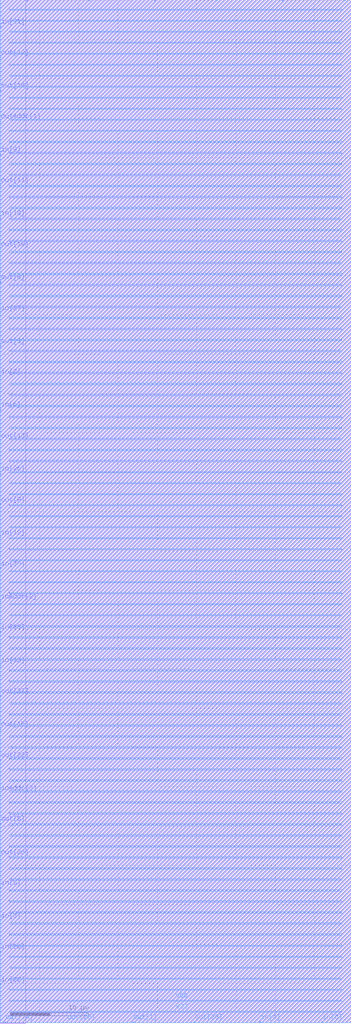
<source format=lef>
VERSION 5.8 ;
BUSBITCHARS "[]" ;
DIVIDERCHAR "/" ;
UNITS
    DATABASE MICRONS 2000 ;
END UNITS

MACRO memMod_dist_0
  FOREIGN memMod_dist_0 0 0 ;
  CLASS BLOCK ;
  SIZE 44.69 BY 130.07 ;
  PIN VSS
    USE GROUND ;
    DIRECTION INOUT ;
    PORT
      LAYER metal4 ;
        RECT  1.14 127.315 43.51 127.485 ;
        RECT  1.14 124.515 43.51 124.685 ;
        RECT  1.14 121.715 43.51 121.885 ;
        RECT  1.14 118.915 43.51 119.085 ;
        RECT  1.14 116.115 43.51 116.285 ;
        RECT  1.14 113.315 43.51 113.485 ;
        RECT  1.14 110.515 43.51 110.685 ;
        RECT  1.14 107.715 43.51 107.885 ;
        RECT  1.14 104.915 43.51 105.085 ;
        RECT  1.14 102.115 43.51 102.285 ;
        RECT  1.14 99.315 43.51 99.485 ;
        RECT  1.14 96.515 43.51 96.685 ;
        RECT  1.14 93.715 43.51 93.885 ;
        RECT  1.14 90.915 43.51 91.085 ;
        RECT  1.14 88.115 43.51 88.285 ;
        RECT  1.14 85.315 43.51 85.485 ;
        RECT  1.14 82.515 43.51 82.685 ;
        RECT  1.14 79.715 43.51 79.885 ;
        RECT  1.14 76.915 43.51 77.085 ;
        RECT  1.14 74.115 43.51 74.285 ;
        RECT  1.14 71.315 43.51 71.485 ;
        RECT  1.14 68.515 43.51 68.685 ;
        RECT  1.14 65.715 43.51 65.885 ;
        RECT  1.14 62.915 43.51 63.085 ;
        RECT  1.14 60.115 43.51 60.285 ;
        RECT  1.14 57.315 43.51 57.485 ;
        RECT  1.14 54.515 43.51 54.685 ;
        RECT  1.14 51.715 43.51 51.885 ;
        RECT  1.14 48.915 43.51 49.085 ;
        RECT  1.14 46.115 43.51 46.285 ;
        RECT  1.14 43.315 43.51 43.485 ;
        RECT  1.14 40.515 43.51 40.685 ;
        RECT  1.14 37.715 43.51 37.885 ;
        RECT  1.14 34.915 43.51 35.085 ;
        RECT  1.14 32.115 43.51 32.285 ;
        RECT  1.14 29.315 43.51 29.485 ;
        RECT  1.14 26.515 43.51 26.685 ;
        RECT  1.14 23.715 43.51 23.885 ;
        RECT  1.14 20.915 43.51 21.085 ;
        RECT  1.14 18.115 43.51 18.285 ;
        RECT  1.14 15.315 43.51 15.485 ;
        RECT  1.14 12.515 43.51 12.685 ;
        RECT  1.14 9.715 43.51 9.885 ;
        RECT  1.14 6.915 43.51 7.085 ;
        RECT  1.14 4.115 43.51 4.285 ;
        RECT  1.14 1.315 43.51 1.485 ;
    END
  END VSS
  PIN VDD
    USE POWER ;
    DIRECTION INOUT ;
    PORT
      LAYER metal4 ;
        RECT  1.14 128.715 43.51 128.885 ;
        RECT  1.14 125.915 43.51 126.085 ;
        RECT  1.14 123.115 43.51 123.285 ;
        RECT  1.14 120.315 43.51 120.485 ;
        RECT  1.14 117.515 43.51 117.685 ;
        RECT  1.14 114.715 43.51 114.885 ;
        RECT  1.14 111.915 43.51 112.085 ;
        RECT  1.14 109.115 43.51 109.285 ;
        RECT  1.14 106.315 43.51 106.485 ;
        RECT  1.14 103.515 43.51 103.685 ;
        RECT  1.14 100.715 43.51 100.885 ;
        RECT  1.14 97.915 43.51 98.085 ;
        RECT  1.14 95.115 43.51 95.285 ;
        RECT  1.14 92.315 43.51 92.485 ;
        RECT  1.14 89.515 43.51 89.685 ;
        RECT  1.14 86.715 43.51 86.885 ;
        RECT  1.14 83.915 43.51 84.085 ;
        RECT  1.14 81.115 43.51 81.285 ;
        RECT  1.14 78.315 43.51 78.485 ;
        RECT  1.14 75.515 43.51 75.685 ;
        RECT  1.14 72.715 43.51 72.885 ;
        RECT  1.14 69.915 43.51 70.085 ;
        RECT  1.14 67.115 43.51 67.285 ;
        RECT  1.14 64.315 43.51 64.485 ;
        RECT  1.14 61.515 43.51 61.685 ;
        RECT  1.14 58.715 43.51 58.885 ;
        RECT  1.14 55.915 43.51 56.085 ;
        RECT  1.14 53.115 43.51 53.285 ;
        RECT  1.14 50.315 43.51 50.485 ;
        RECT  1.14 47.515 43.51 47.685 ;
        RECT  1.14 44.715 43.51 44.885 ;
        RECT  1.14 41.915 43.51 42.085 ;
        RECT  1.14 39.115 43.51 39.285 ;
        RECT  1.14 36.315 43.51 36.485 ;
        RECT  1.14 33.515 43.51 33.685 ;
        RECT  1.14 30.715 43.51 30.885 ;
        RECT  1.14 27.915 43.51 28.085 ;
        RECT  1.14 25.115 43.51 25.285 ;
        RECT  1.14 22.315 43.51 22.485 ;
        RECT  1.14 19.515 43.51 19.685 ;
        RECT  1.14 16.715 43.51 16.885 ;
        RECT  1.14 13.915 43.51 14.085 ;
        RECT  1.14 11.115 43.51 11.285 ;
        RECT  1.14 8.315 43.51 8.485 ;
        RECT  1.14 5.515 43.51 5.685 ;
        RECT  1.14 2.715 43.51 2.885 ;
    END
  END VDD
  PIN clk
    DIRECTION INPUT ;
    USE SIGNAL ;
    PORT
      LAYER metal3 ;
        RECT  44.62 47.915 44.69 47.985 ;
    END
  END clk
  PIN inAddr[0]
    DIRECTION INPUT ;
    USE SIGNAL ;
    PORT
      LAYER metal3 ;
        RECT  44.62 68.355 44.69 68.425 ;
    END
  END inAddr[0]
  PIN inAddr[1]
    DIRECTION INPUT ;
    USE SIGNAL ;
    PORT
      LAYER metal3 ;
        RECT  44.62 100.835 44.69 100.905 ;
    END
  END inAddr[1]
  PIN inAddr[2]
    DIRECTION INPUT ;
    USE SIGNAL ;
    PORT
      LAYER metal3 ;
        RECT  0 53.515 0.07 53.585 ;
    END
  END inAddr[2]
  PIN inAddr[3]
    DIRECTION INPUT ;
    USE SIGNAL ;
    PORT
      LAYER metal3 ;
        RECT  0 29.155 0.07 29.225 ;
    END
  END inAddr[3]
  PIN in[0]
    DIRECTION INPUT ;
    USE SIGNAL ;
    PORT
      LAYER metal4 ;
        RECT  40.905 0 41.045 0.14 ;
    END
  END in[0]
  PIN in[10]
    DIRECTION INPUT ;
    USE SIGNAL ;
    PORT
      LAYER metal4 ;
        RECT  3.385 129.93 3.525 130.07 ;
    END
  END in[10]
  PIN in[11]
    DIRECTION INPUT ;
    USE SIGNAL ;
    PORT
      LAYER metal4 ;
        RECT  43.705 129.93 43.845 130.07 ;
    END
  END in[11]
  PIN in[12]
    DIRECTION INPUT ;
    USE SIGNAL ;
    PORT
      LAYER metal3 ;
        RECT  0 45.395 0.07 45.465 ;
    END
  END in[12]
  PIN in[13]
    DIRECTION INPUT ;
    USE SIGNAL ;
    PORT
      LAYER metal3 ;
        RECT  44.62 39.795 44.69 39.865 ;
    END
  END in[13]
  PIN in[14]
    DIRECTION INPUT ;
    USE SIGNAL ;
    PORT
      LAYER metal3 ;
        RECT  44.62 64.155 44.69 64.225 ;
    END
  END in[14]
  PIN in[15]
    DIRECTION INPUT ;
    USE SIGNAL ;
    PORT
      LAYER metal3 ;
        RECT  44.62 76.475 44.69 76.545 ;
    END
  END in[15]
  PIN in[16]
    DIRECTION INPUT ;
    USE SIGNAL ;
    PORT
      LAYER metal3 ;
        RECT  44.62 108.955 44.69 109.025 ;
    END
  END in[16]
  PIN in[17]
    DIRECTION INPUT ;
    USE SIGNAL ;
    PORT
      LAYER metal3 ;
        RECT  44.62 112.875 44.69 112.945 ;
    END
  END in[17]
  PIN in[18]
    DIRECTION INPUT ;
    USE SIGNAL ;
    PORT
      LAYER metal3 ;
        RECT  0 102.235 0.07 102.305 ;
    END
  END in[18]
  PIN in[19]
    DIRECTION INPUT ;
    USE SIGNAL ;
    PORT
      LAYER metal3 ;
        RECT  0 61.635 0.07 61.705 ;
    END
  END in[19]
  PIN in[1]
    DIRECTION INPUT ;
    USE SIGNAL ;
    PORT
      LAYER metal3 ;
        RECT  44.62 7.315 44.69 7.385 ;
    END
  END in[1]
  PIN in[20]
    DIRECTION INPUT ;
    USE SIGNAL ;
    PORT
      LAYER metal3 ;
        RECT  0 8.995 0.07 9.065 ;
    END
  END in[20]
  PIN in[21]
    DIRECTION INPUT ;
    USE SIGNAL ;
    PORT
      LAYER metal3 ;
        RECT  44.62 72.275 44.69 72.345 ;
    END
  END in[21]
  PIN in[22]
    DIRECTION INPUT ;
    USE SIGNAL ;
    PORT
      LAYER metal3 ;
        RECT  0 4.795 0.07 4.865 ;
    END
  END in[22]
  PIN in[23]
    DIRECTION INPUT ;
    USE SIGNAL ;
    PORT
      LAYER metal3 ;
        RECT  44.62 96.635 44.69 96.705 ;
    END
  END in[23]
  PIN in[24]
    DIRECTION INPUT ;
    USE SIGNAL ;
    PORT
      LAYER metal3 ;
        RECT  44.62 104.755 44.69 104.825 ;
    END
  END in[24]
  PIN in[25]
    DIRECTION INPUT ;
    USE SIGNAL ;
    PORT
      LAYER metal3 ;
        RECT  44.62 35.875 44.69 35.945 ;
    END
  END in[25]
  PIN in[26]
    DIRECTION INPUT ;
    USE SIGNAL ;
    PORT
      LAYER metal3 ;
        RECT  0 69.755 0.07 69.825 ;
    END
  END in[26]
  PIN in[27]
    DIRECTION INPUT ;
    USE SIGNAL ;
    PORT
      LAYER metal3 ;
        RECT  0 90.195 0.07 90.265 ;
    END
  END in[27]
  PIN in[28]
    DIRECTION INPUT ;
    USE SIGNAL ;
    PORT
      LAYER metal3 ;
        RECT  44.62 23.555 44.69 23.625 ;
    END
  END in[28]
  PIN in[29]
    DIRECTION INPUT ;
    USE SIGNAL ;
    PORT
      LAYER metal3 ;
        RECT  0 49.595 0.07 49.665 ;
    END
  END in[29]
  PIN in[2]
    DIRECTION INPUT ;
    USE SIGNAL ;
    PORT
      LAYER metal3 ;
        RECT  0 82.075 0.07 82.145 ;
    END
  END in[2]
  PIN in[30]
    DIRECTION INPUT ;
    USE SIGNAL ;
    PORT
      LAYER metal3 ;
        RECT  0 57.715 0.07 57.785 ;
    END
  END in[30]
  PIN in[31]
    DIRECTION INPUT ;
    USE SIGNAL ;
    PORT
      LAYER metal3 ;
        RECT  0 126.595 0.07 126.665 ;
    END
  END in[31]
  PIN in[3]
    DIRECTION INPUT ;
    USE SIGNAL ;
    PORT
      LAYER metal3 ;
        RECT  0 12.915 0.07 12.985 ;
    END
  END in[3]
  PIN in[4]
    DIRECTION INPUT ;
    USE SIGNAL ;
    PORT
      LAYER metal4 ;
        RECT  33.065 0 33.205 0.14 ;
    END
  END in[4]
  PIN in[5]
    DIRECTION INPUT ;
    USE SIGNAL ;
    PORT
      LAYER metal3 ;
        RECT  0 17.115 0.07 17.185 ;
    END
  END in[5]
  PIN in[6]
    DIRECTION INPUT ;
    USE SIGNAL ;
    PORT
      LAYER metal3 ;
        RECT  0 77.875 0.07 77.945 ;
    END
  END in[6]
  PIN in[7]
    DIRECTION INPUT ;
    USE SIGNAL ;
    PORT
      LAYER metal3 ;
        RECT  44.62 52.115 44.69 52.185 ;
    END
  END in[7]
  PIN in[8]
    DIRECTION INPUT ;
    USE SIGNAL ;
    PORT
      LAYER metal3 ;
        RECT  0 110.355 0.07 110.425 ;
    END
  END in[8]
  PIN in[9]
    DIRECTION INPUT ;
    USE SIGNAL ;
    PORT
      LAYER metal4 ;
        RECT  35.865 129.93 36.005 130.07 ;
    END
  END in[9]
  PIN outAddr[0]
    DIRECTION INPUT ;
    USE SIGNAL ;
    PORT
      LAYER metal3 ;
        RECT  44.62 43.995 44.69 44.065 ;
    END
  END outAddr[0]
  PIN outAddr[1]
    DIRECTION INPUT ;
    USE SIGNAL ;
    PORT
      LAYER metal3 ;
        RECT  0 114.555 0.07 114.625 ;
    END
  END outAddr[1]
  PIN outAddr[2]
    DIRECTION INPUT ;
    USE SIGNAL ;
    PORT
      LAYER metal3 ;
        RECT  44.62 60.235 44.69 60.305 ;
    END
  END outAddr[2]
  PIN outAddr[3]
    DIRECTION INPUT ;
    USE SIGNAL ;
    PORT
      LAYER metal3 ;
        RECT  44.62 80.395 44.69 80.465 ;
    END
  END outAddr[3]
  PIN out[0]
    DIRECTION OUTPUT ;
    USE SIGNAL ;
    PORT
      LAYER metal3 ;
        RECT  44.62 27.755 44.69 27.825 ;
    END
  END out[0]
  PIN out[10]
    DIRECTION OUTPUT ;
    USE SIGNAL ;
    PORT
      LAYER metal3 ;
        RECT  44.62 84.595 44.69 84.665 ;
    END
  END out[10]
  PIN out[11]
    DIRECTION OUTPUT ;
    USE SIGNAL ;
    PORT
      LAYER metal3 ;
        RECT  0 106.435 0.07 106.505 ;
    END
  END out[11]
  PIN out[12]
    DIRECTION OUTPUT ;
    USE SIGNAL ;
    PORT
      LAYER metal3 ;
        RECT  0 122.675 0.07 122.745 ;
    END
  END out[12]
  PIN out[13]
    DIRECTION OUTPUT ;
    USE SIGNAL ;
    PORT
      LAYER metal3 ;
        RECT  0 73.955 0.07 74.025 ;
    END
  END out[13]
  PIN out[14]
    DIRECTION OUTPUT ;
    USE SIGNAL ;
    PORT
      LAYER metal4 ;
        RECT  0.585 0 0.725 0.14 ;
    END
  END out[14]
  PIN out[15]
    DIRECTION OUTPUT ;
    USE SIGNAL ;
    PORT
      LAYER metal3 ;
        RECT  0 37.275 0.07 37.345 ;
    END
  END out[15]
  PIN out[16]
    DIRECTION OUTPUT ;
    USE SIGNAL ;
    PORT
      LAYER metal3 ;
        RECT  0 118.475 0.07 118.545 ;
    END
  END out[16]
  PIN out[17]
    DIRECTION OUTPUT ;
    USE SIGNAL ;
    PORT
      LAYER metal4 ;
        RECT  11.225 129.93 11.365 130.07 ;
    END
  END out[17]
  PIN out[18]
    DIRECTION OUTPUT ;
    USE SIGNAL ;
    PORT
      LAYER metal3 ;
        RECT  44.62 125.195 44.69 125.265 ;
    END
  END out[18]
  PIN out[19]
    DIRECTION OUTPUT ;
    USE SIGNAL ;
    PORT
      LAYER metal3 ;
        RECT  0 98.315 0.07 98.385 ;
    END
  END out[19]
  PIN out[1]
    DIRECTION OUTPUT ;
    USE SIGNAL ;
    PORT
      LAYER metal4 ;
        RECT  16.825 0 16.965 0.14 ;
    END
  END out[1]
  PIN out[20]
    DIRECTION OUTPUT ;
    USE SIGNAL ;
    PORT
      LAYER metal4 ;
        RECT  8.425 0 8.565 0.14 ;
    END
  END out[20]
  PIN out[21]
    DIRECTION OUTPUT ;
    USE SIGNAL ;
    PORT
      LAYER metal3 ;
        RECT  44.62 120.995 44.69 121.065 ;
    END
  END out[21]
  PIN out[22]
    DIRECTION OUTPUT ;
    USE SIGNAL ;
    PORT
      LAYER metal3 ;
        RECT  0 33.355 0.07 33.425 ;
    END
  END out[22]
  PIN out[23]
    DIRECTION OUTPUT ;
    USE SIGNAL ;
    PORT
      LAYER metal3 ;
        RECT  44.62 11.515 44.69 11.585 ;
    END
  END out[23]
  PIN out[24]
    DIRECTION OUTPUT ;
    USE SIGNAL ;
    PORT
      LAYER metal3 ;
        RECT  44.62 117.075 44.69 117.145 ;
    END
  END out[24]
  PIN out[25]
    DIRECTION OUTPUT ;
    USE SIGNAL ;
    PORT
      LAYER metal3 ;
        RECT  44.62 56.035 44.69 56.105 ;
    END
  END out[25]
  PIN out[26]
    DIRECTION OUTPUT ;
    USE SIGNAL ;
    PORT
      LAYER metal3 ;
        RECT  0 21.035 0.07 21.105 ;
    END
  END out[26]
  PIN out[27]
    DIRECTION OUTPUT ;
    USE SIGNAL ;
    PORT
      LAYER metal3 ;
        RECT  0 41.475 0.07 41.545 ;
    END
  END out[27]
  PIN out[28]
    DIRECTION OUTPUT ;
    USE SIGNAL ;
    PORT
      LAYER metal4 ;
        RECT  24.665 0 24.805 0.14 ;
    END
  END out[28]
  PIN out[29]
    DIRECTION OUTPUT ;
    USE SIGNAL ;
    PORT
      LAYER metal3 ;
        RECT  44.62 3.395 44.69 3.465 ;
    END
  END out[29]
  PIN out[2]
    DIRECTION OUTPUT ;
    USE SIGNAL ;
    PORT
      LAYER metal3 ;
        RECT  44.62 15.435 44.69 15.505 ;
    END
  END out[2]
  PIN out[30]
    DIRECTION OUTPUT ;
    USE SIGNAL ;
    PORT
      LAYER metal3 ;
        RECT  44.62 92.715 44.69 92.785 ;
    END
  END out[30]
  PIN out[31]
    DIRECTION OUTPUT ;
    USE SIGNAL ;
    PORT
      LAYER metal3 ;
        RECT  44.62 19.635 44.69 19.705 ;
    END
  END out[31]
  PIN out[3]
    DIRECTION OUTPUT ;
    USE SIGNAL ;
    PORT
      LAYER metal4 ;
        RECT  27.465 129.93 27.605 130.07 ;
    END
  END out[3]
  PIN out[4]
    DIRECTION OUTPUT ;
    USE SIGNAL ;
    PORT
      LAYER metal4 ;
        RECT  19.625 129.93 19.765 130.07 ;
    END
  END out[4]
  PIN out[5]
    DIRECTION OUTPUT ;
    USE SIGNAL ;
    PORT
      LAYER metal3 ;
        RECT  0 85.995 0.07 86.065 ;
    END
  END out[5]
  PIN out[6]
    DIRECTION OUTPUT ;
    USE SIGNAL ;
    PORT
      LAYER metal3 ;
        RECT  0 94.115 0.07 94.185 ;
    END
  END out[6]
  PIN out[7]
    DIRECTION OUTPUT ;
    USE SIGNAL ;
    PORT
      LAYER metal3 ;
        RECT  44.62 31.675 44.69 31.745 ;
    END
  END out[7]
  PIN out[8]
    DIRECTION OUTPUT ;
    USE SIGNAL ;
    PORT
      LAYER metal3 ;
        RECT  0 25.235 0.07 25.305 ;
    END
  END out[8]
  PIN out[9]
    DIRECTION OUTPUT ;
    USE SIGNAL ;
    PORT
      LAYER metal3 ;
        RECT  0 65.835 0.07 65.905 ;
    END
  END out[9]
  PIN writeSel
    DIRECTION INPUT ;
    USE SIGNAL ;
    PORT
      LAYER metal3 ;
        RECT  44.62 88.515 44.69 88.585 ;
    END
  END writeSel
  OBS
    LAYER metal1 ;
     RECT  0 -0.085 3.23 130.07 ;
     RECT  3.23 0 44.69 130.07 ;
    LAYER metal2 ;
     RECT  0 0 44.69 130.07 ;
    LAYER metal3 ;
     RECT  0 0 44.69 130.07 ;
    LAYER metal4 ;
     RECT  0 0 44.69 130.07 ;
  END
END memMod_dist_0
END LIBRARY

</source>
